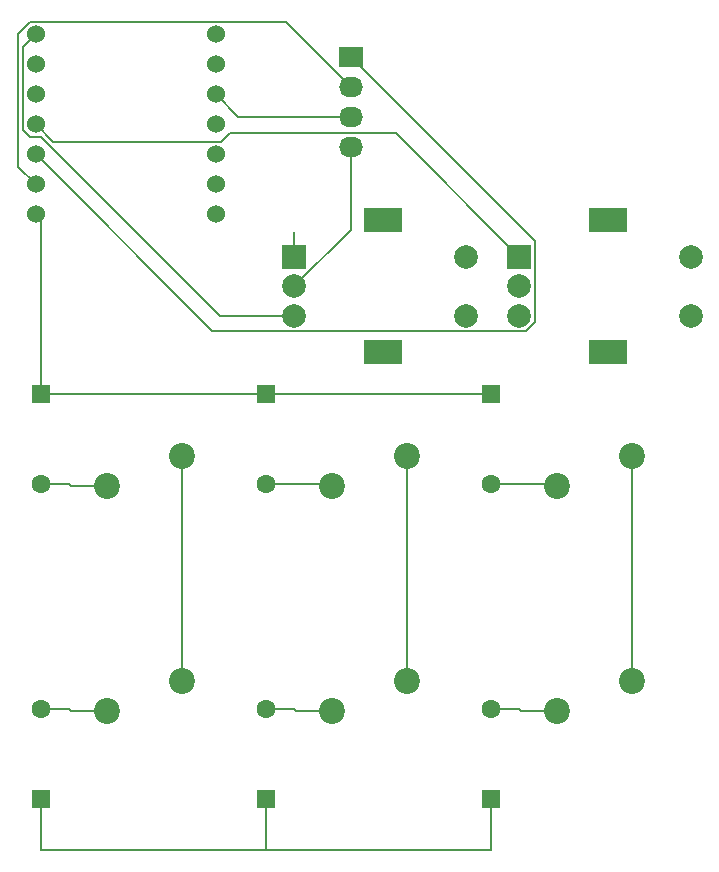
<source format=gbl>
%TF.GenerationSoftware,KiCad,Pcbnew,9.0.6*%
%TF.CreationDate,2025-12-04T23:37:52+05:30*%
%TF.ProjectId,MacroPad,4d616372-6f50-4616-942e-6b696361645f,rev?*%
%TF.SameCoordinates,Original*%
%TF.FileFunction,Copper,L2,Bot*%
%TF.FilePolarity,Positive*%
%FSLAX46Y46*%
G04 Gerber Fmt 4.6, Leading zero omitted, Abs format (unit mm)*
G04 Created by KiCad (PCBNEW 9.0.6) date 2025-12-04 23:37:52*
%MOMM*%
%LPD*%
G01*
G04 APERTURE LIST*
G04 Aperture macros list*
%AMRoundRect*
0 Rectangle with rounded corners*
0 $1 Rounding radius*
0 $2 $3 $4 $5 $6 $7 $8 $9 X,Y pos of 4 corners*
0 Add a 4 corners polygon primitive as box body*
4,1,4,$2,$3,$4,$5,$6,$7,$8,$9,$2,$3,0*
0 Add four circle primitives for the rounded corners*
1,1,$1+$1,$2,$3*
1,1,$1+$1,$4,$5*
1,1,$1+$1,$6,$7*
1,1,$1+$1,$8,$9*
0 Add four rect primitives between the rounded corners*
20,1,$1+$1,$2,$3,$4,$5,0*
20,1,$1+$1,$4,$5,$6,$7,0*
20,1,$1+$1,$6,$7,$8,$9,0*
20,1,$1+$1,$8,$9,$2,$3,0*%
G04 Aperture macros list end*
%TA.AperFunction,ComponentPad*%
%ADD10C,2.200000*%
%TD*%
%TA.AperFunction,ComponentPad*%
%ADD11R,2.000000X2.000000*%
%TD*%
%TA.AperFunction,ComponentPad*%
%ADD12C,2.000000*%
%TD*%
%TA.AperFunction,ComponentPad*%
%ADD13R,3.200000X2.000000*%
%TD*%
%TA.AperFunction,ComponentPad*%
%ADD14R,2.030000X1.730000*%
%TD*%
%TA.AperFunction,ComponentPad*%
%ADD15O,2.030000X1.730000*%
%TD*%
%TA.AperFunction,ComponentPad*%
%ADD16C,1.524000*%
%TD*%
%TA.AperFunction,ComponentPad*%
%ADD17RoundRect,0.250000X-0.550000X0.550000X-0.550000X-0.550000X0.550000X-0.550000X0.550000X0.550000X0*%
%TD*%
%TA.AperFunction,ComponentPad*%
%ADD18C,1.600000*%
%TD*%
%TA.AperFunction,ComponentPad*%
%ADD19RoundRect,0.250000X0.550000X-0.550000X0.550000X0.550000X-0.550000X0.550000X-0.550000X-0.550000X0*%
%TD*%
%TA.AperFunction,Conductor*%
%ADD20C,0.200000*%
%TD*%
G04 APERTURE END LIST*
D10*
%TO.P,SW5,1,1*%
%TO.N,/COL1*%
X143630000Y-109190000D03*
%TO.P,SW5,2,2*%
%TO.N,Net-(D10-A)*%
X137280000Y-111730000D03*
%TD*%
D11*
%TO.P,SW8,A,A*%
%TO.N,/ENC1_B*%
X134105000Y-73233750D03*
D12*
%TO.P,SW8,B,B*%
%TO.N,/ENC1_A*%
X134105000Y-78233750D03*
%TO.P,SW8,C,C*%
%TO.N,GND*%
X134105000Y-75733750D03*
D13*
%TO.P,SW8,MP*%
%TO.N,N/C*%
X141605000Y-70133750D03*
X141605000Y-81333750D03*
D12*
%TO.P,SW8,S1,S1*%
%TO.N,unconnected-(SW8-PadS1)*%
X148605000Y-78233750D03*
%TO.P,SW8,S2,S2*%
%TO.N,unconnected-(SW8-PadS2)*%
X148605000Y-73233750D03*
%TD*%
D14*
%TO.P,J1,1,Pin_1*%
%TO.N,/SDA*%
X138867500Y-56326250D03*
D15*
%TO.P,J1,2,Pin_2*%
%TO.N,/SCL*%
X138867500Y-58866250D03*
%TO.P,J1,3,Pin_3*%
%TO.N,VCC*%
X138867500Y-61406250D03*
%TO.P,J1,4,Pin_4*%
%TO.N,GND*%
X138867500Y-63946250D03*
%TD*%
D10*
%TO.P,SW4,1,1*%
%TO.N,/COL0*%
X124580000Y-109190000D03*
%TO.P,SW4,2,2*%
%TO.N,Net-(D9-A)*%
X118230000Y-111730000D03*
%TD*%
%TO.P,SW3,1,1*%
%TO.N,/COL1*%
X143630000Y-90140000D03*
%TO.P,SW3,2,2*%
%TO.N,Net-(D8-A)*%
X137280000Y-92680000D03*
%TD*%
%TO.P,SW6,1,1*%
%TO.N,/COL2*%
X162680000Y-90140000D03*
%TO.P,SW6,2,2*%
%TO.N,Net-(D6-A)*%
X156330000Y-92680000D03*
%TD*%
%TO.P,SW1,1,1*%
%TO.N,/COL2*%
X162680000Y-109190000D03*
%TO.P,SW1,2,2*%
%TO.N,Net-(D5-A)*%
X156330000Y-111730000D03*
%TD*%
D16*
%TO.P,U2,1,GPIO26/ADC0/A0*%
%TO.N,/ENC1_A*%
X112197500Y-54421250D03*
%TO.P,U2,2,GPIO27/ADC1/A1*%
%TO.N,/ENC1_B*%
X112197500Y-56961250D03*
%TO.P,U2,3,GPIO28/ADC2/A2*%
%TO.N,/ENC2_A*%
X112197500Y-59501250D03*
%TO.P,U2,4,GPIO29/ADC3/A3*%
%TO.N,/ENC2_B*%
X112197500Y-62041250D03*
%TO.P,U2,5,GPIO6/SDA*%
%TO.N,/SDA*%
X112197500Y-64581250D03*
%TO.P,U2,6,GPIO7/SCL*%
%TO.N,/SCL*%
X112197500Y-67121250D03*
%TO.P,U2,7,GPIO0/TX*%
%TO.N,/ROW0*%
X112197500Y-69661250D03*
%TO.P,U2,8,GPIO1/RX*%
%TO.N,/ROW1*%
X127437500Y-69661250D03*
%TO.P,U2,9,GPIO2/SCK*%
%TO.N,/COL0*%
X127437500Y-67121250D03*
%TO.P,U2,10,GPIO4/MISO*%
%TO.N,/COL1*%
X127437500Y-64581250D03*
%TO.P,U2,11,GPIO3/MOSI*%
%TO.N,/COL2*%
X127437500Y-62041250D03*
%TO.P,U2,12,3V3*%
%TO.N,VCC*%
X127437500Y-59501250D03*
%TO.P,U2,13,GND*%
%TO.N,GND*%
X127437500Y-56961250D03*
%TO.P,U2,14,VBUS*%
%TO.N,unconnected-(U2-VBUS-Pad14)*%
X127437500Y-54421250D03*
%TD*%
D10*
%TO.P,SW2,1,1*%
%TO.N,/COL0*%
X124580000Y-90140000D03*
%TO.P,SW2,2,2*%
%TO.N,Net-(D7-A)*%
X118230000Y-92680000D03*
%TD*%
D11*
%TO.P,SW7,A,A*%
%TO.N,/ENC2_B*%
X153155000Y-73233750D03*
D12*
%TO.P,SW7,B,B*%
%TO.N,/ENC2_A*%
X153155000Y-78233750D03*
%TO.P,SW7,C,C*%
%TO.N,GND*%
X153155000Y-75733750D03*
D13*
%TO.P,SW7,MP*%
%TO.N,N/C*%
X160655000Y-70133750D03*
X160655000Y-81333750D03*
D12*
%TO.P,SW7,S1,S1*%
%TO.N,unconnected-(SW7-PadS1)*%
X167655000Y-78233750D03*
%TO.P,SW7,S2,S2*%
%TO.N,unconnected-(SW7-PadS2)*%
X167655000Y-73233750D03*
%TD*%
D17*
%TO.P,D7,1,K*%
%TO.N,/ROW0*%
X112673750Y-84901250D03*
D18*
%TO.P,D7,2,A*%
%TO.N,Net-(D7-A)*%
X112673750Y-92521250D03*
%TD*%
D19*
%TO.P,D10,1,K*%
%TO.N,/ROW1*%
X131723750Y-119191250D03*
D18*
%TO.P,D10,2,A*%
%TO.N,Net-(D10-A)*%
X131723750Y-111571250D03*
%TD*%
D17*
%TO.P,D6,1,K*%
%TO.N,/ROW0*%
X150773750Y-84901250D03*
D18*
%TO.P,D6,2,A*%
%TO.N,Net-(D6-A)*%
X150773750Y-92521250D03*
%TD*%
D17*
%TO.P,D8,1,K*%
%TO.N,/ROW0*%
X131723750Y-84901250D03*
D18*
%TO.P,D8,2,A*%
%TO.N,Net-(D8-A)*%
X131723750Y-92521250D03*
%TD*%
D19*
%TO.P,D5,1,K*%
%TO.N,/ROW1*%
X150773750Y-119191250D03*
D18*
%TO.P,D5,2,A*%
%TO.N,Net-(D5-A)*%
X150773750Y-111571250D03*
%TD*%
D19*
%TO.P,D9,1,K*%
%TO.N,/ROW1*%
X112673750Y-119191250D03*
D18*
%TO.P,D9,2,A*%
%TO.N,Net-(D9-A)*%
X112673750Y-111571250D03*
%TD*%
D20*
%TO.N,/ROW1*%
X131723750Y-119191250D02*
X131723750Y-123477500D01*
X150773750Y-123477500D02*
X131723750Y-123477500D01*
X131723750Y-123477500D02*
X112673750Y-123477500D01*
X112673750Y-123477500D02*
X112673750Y-119191250D01*
X150773750Y-119191250D02*
X150773750Y-123477500D01*
%TO.N,Net-(D5-A)*%
X153313750Y-111730000D02*
X156330000Y-111730000D01*
X153155000Y-111571250D02*
X153313750Y-111730000D01*
X150773750Y-111571250D02*
X153155000Y-111571250D01*
%TO.N,/ROW0*%
X112673750Y-70137500D02*
X112197500Y-69661250D01*
X112673750Y-84901250D02*
X150773750Y-84901250D01*
X112197500Y-84425000D02*
X112673750Y-84901250D01*
X112673750Y-84901250D02*
X112673750Y-70137500D01*
%TO.N,Net-(D6-A)*%
X156171250Y-92521250D02*
X156330000Y-92680000D01*
X150773750Y-92521250D02*
X156171250Y-92521250D01*
%TO.N,Net-(D7-A)*%
X112673750Y-92521250D02*
X115055000Y-92521250D01*
X115055000Y-92521250D02*
X115213750Y-92680000D01*
X115213750Y-92680000D02*
X118230000Y-92680000D01*
%TO.N,Net-(D8-A)*%
X131723750Y-92521250D02*
X137121250Y-92521250D01*
X137121250Y-92521250D02*
X137280000Y-92680000D01*
%TO.N,Net-(D9-A)*%
X115213750Y-111730000D02*
X118230000Y-111730000D01*
X112673750Y-111571250D02*
X115055000Y-111571250D01*
X115055000Y-111571250D02*
X115213750Y-111730000D01*
%TO.N,Net-(D10-A)*%
X131723750Y-111571250D02*
X134105000Y-111571250D01*
X134105000Y-111571250D02*
X134263750Y-111730000D01*
X134263750Y-111730000D02*
X137280000Y-111730000D01*
%TO.N,/SCL*%
X133359500Y-53358250D02*
X138867500Y-58866250D01*
X110733500Y-54381940D02*
X111757190Y-53358250D01*
X112197500Y-67121250D02*
X110733500Y-65657250D01*
X111757190Y-53358250D02*
X133359500Y-53358250D01*
X110733500Y-65657250D02*
X110733500Y-54381940D01*
%TO.N,/SDA*%
X138867500Y-56326250D02*
X154456000Y-71914750D01*
X153693892Y-79534750D02*
X127151000Y-79534750D01*
X127151000Y-79534750D02*
X112197500Y-64581250D01*
X154456000Y-78772642D02*
X153693892Y-79534750D01*
X154456000Y-71914750D02*
X154456000Y-78772642D01*
%TO.N,GND*%
X138867500Y-70971250D02*
X138867500Y-63946250D01*
X134105000Y-75733750D02*
X138867500Y-70971250D01*
%TO.N,VCC*%
X129342500Y-61406250D02*
X127437500Y-59501250D01*
X138867500Y-61406250D02*
X129342500Y-61406250D01*
%TO.N,/COL2*%
X162680000Y-109190000D02*
X162680000Y-90140000D01*
%TO.N,/COL0*%
X124580000Y-109190000D02*
X124580000Y-90140000D01*
%TO.N,/COL1*%
X143630000Y-109190000D02*
X143630000Y-90140000D01*
%TO.N,/ENC2_B*%
X113674500Y-63518250D02*
X112197500Y-62041250D01*
X142701500Y-62780250D02*
X128615810Y-62780250D01*
X128615810Y-62780250D02*
X127877810Y-63518250D01*
X153155000Y-73233750D02*
X142701500Y-62780250D01*
X127877810Y-63518250D02*
X113674500Y-63518250D01*
%TO.N,/ENC1_A*%
X112637810Y-63104250D02*
X111757190Y-63104250D01*
X111757190Y-63104250D02*
X111134500Y-62481560D01*
X111134500Y-55484250D02*
X112197500Y-54421250D01*
X134105000Y-78233750D02*
X127767310Y-78233750D01*
X111134500Y-62481560D02*
X111134500Y-55484250D01*
X127767310Y-78233750D02*
X112637810Y-63104250D01*
%TO.N,/ENC1_B*%
X134105000Y-73233750D02*
X134105000Y-71174190D01*
%TD*%
M02*

</source>
